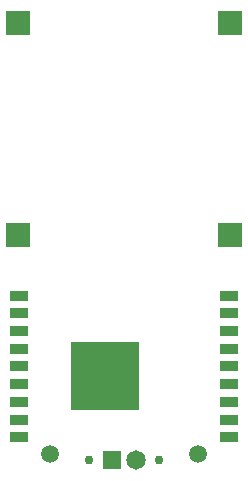
<source format=gbr>
G04 EAGLE Gerber X2 export*
G75*
%MOMM*%
%FSLAX34Y34*%
%LPD*%
%AMOC8*
5,1,8,0,0,1.08239X$1,22.5*%
G01*
%ADD10R,1.485000X0.900000*%
%ADD11R,5.715000X5.715000*%
%ADD12C,1.650000*%
%ADD13R,1.650000X1.650000*%
%ADD14C,1.500000*%
%ADD15C,0.750000*%
%ADD16R,2.000000X2.000000*%


D10*
X198925Y239000D03*
X198925Y224000D03*
X198925Y209000D03*
X198925Y194000D03*
X198925Y179000D03*
X198925Y164000D03*
X198925Y149000D03*
X198925Y134000D03*
X198925Y119000D03*
X21075Y119000D03*
X21075Y134000D03*
X21075Y149000D03*
X21075Y164000D03*
X21075Y179000D03*
X21075Y194000D03*
X21075Y209000D03*
X21075Y224000D03*
X21075Y239000D03*
D11*
X94125Y170950D03*
D12*
X120000Y100000D03*
D13*
X100000Y100000D03*
D14*
X172500Y105000D03*
X47500Y105000D03*
D15*
X80000Y100000D03*
X140000Y100000D03*
D16*
X20000Y470000D03*
X20000Y290000D03*
X200000Y290000D03*
X200000Y470000D03*
M02*

</source>
